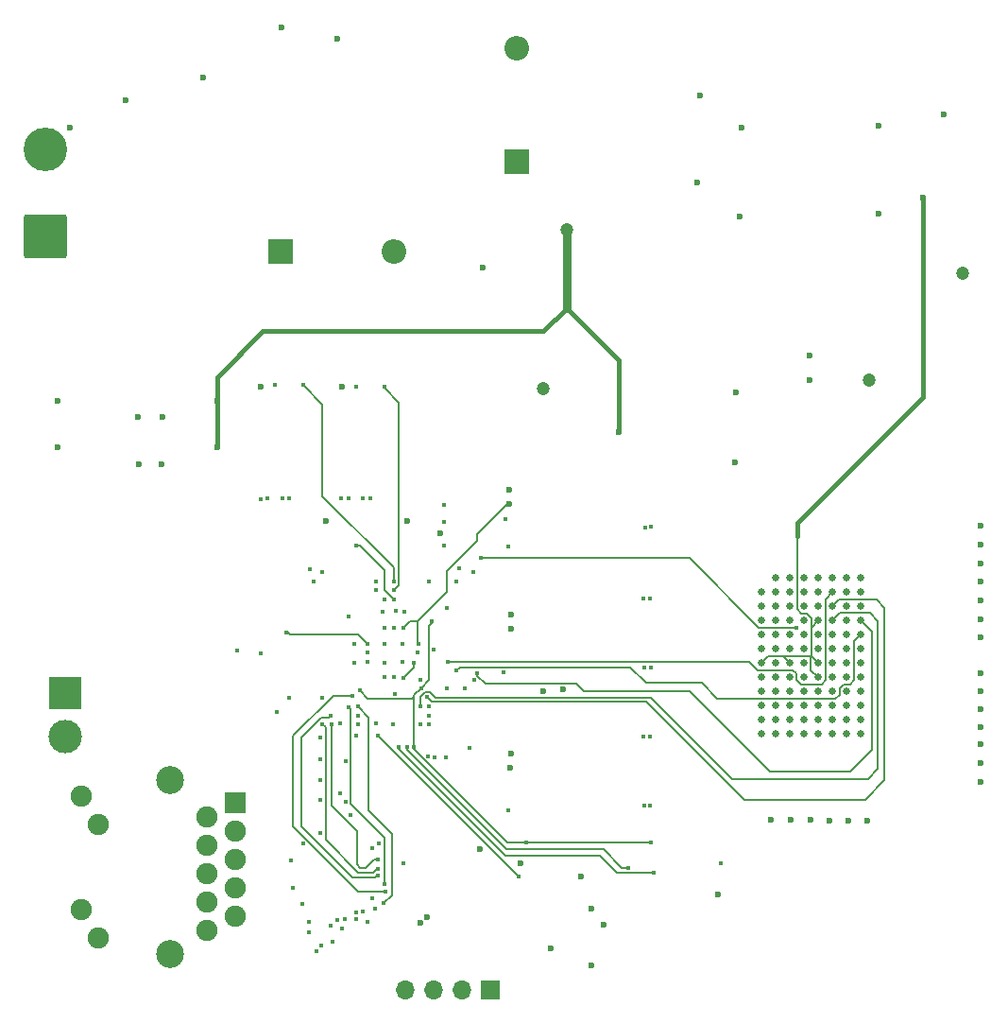
<source format=gbr>
%TF.GenerationSoftware,KiCad,Pcbnew,9.0.0*%
%TF.CreationDate,2025-02-27T19:38:35-05:00*%
%TF.ProjectId,S25-26,5332352d-3236-42e6-9b69-6361645f7063,rev?*%
%TF.SameCoordinates,Original*%
%TF.FileFunction,Copper,L5,Inr*%
%TF.FilePolarity,Positive*%
%FSLAX46Y46*%
G04 Gerber Fmt 4.6, Leading zero omitted, Abs format (unit mm)*
G04 Created by KiCad (PCBNEW 9.0.0) date 2025-02-27 19:38:35*
%MOMM*%
%LPD*%
G01*
G04 APERTURE LIST*
G04 Aperture macros list*
%AMRoundRect*
0 Rectangle with rounded corners*
0 $1 Rounding radius*
0 $2 $3 $4 $5 $6 $7 $8 $9 X,Y pos of 4 corners*
0 Add a 4 corners polygon primitive as box body*
4,1,4,$2,$3,$4,$5,$6,$7,$8,$9,$2,$3,0*
0 Add four circle primitives for the rounded corners*
1,1,$1+$1,$2,$3*
1,1,$1+$1,$4,$5*
1,1,$1+$1,$6,$7*
1,1,$1+$1,$8,$9*
0 Add four rect primitives between the rounded corners*
20,1,$1+$1,$2,$3,$4,$5,0*
20,1,$1+$1,$4,$5,$6,$7,0*
20,1,$1+$1,$6,$7,$8,$9,0*
20,1,$1+$1,$8,$9,$2,$3,0*%
G04 Aperture macros list end*
%TA.AperFunction,ComponentPad*%
%ADD10R,3.000000X3.000000*%
%TD*%
%TA.AperFunction,ComponentPad*%
%ADD11C,3.000000*%
%TD*%
%TA.AperFunction,ComponentPad*%
%ADD12C,1.900000*%
%TD*%
%TA.AperFunction,ComponentPad*%
%ADD13R,1.900000X1.900000*%
%TD*%
%TA.AperFunction,ComponentPad*%
%ADD14C,2.500000*%
%TD*%
%TA.AperFunction,ComponentPad*%
%ADD15RoundRect,0.250002X1.699998X-1.699998X1.699998X1.699998X-1.699998X1.699998X-1.699998X-1.699998X0*%
%TD*%
%TA.AperFunction,ComponentPad*%
%ADD16C,3.900000*%
%TD*%
%TA.AperFunction,ComponentPad*%
%ADD17R,2.200000X2.200000*%
%TD*%
%TA.AperFunction,ComponentPad*%
%ADD18O,2.200000X2.200000*%
%TD*%
%TA.AperFunction,ComponentPad*%
%ADD19R,1.700000X1.700000*%
%TD*%
%TA.AperFunction,ComponentPad*%
%ADD20O,1.700000X1.700000*%
%TD*%
%TA.AperFunction,ComponentPad*%
%ADD21C,0.640000*%
%TD*%
%TA.AperFunction,ViaPad*%
%ADD22C,0.400000*%
%TD*%
%TA.AperFunction,ViaPad*%
%ADD23C,0.600000*%
%TD*%
%TA.AperFunction,ViaPad*%
%ADD24C,1.200000*%
%TD*%
%TA.AperFunction,Conductor*%
%ADD25C,0.200000*%
%TD*%
%TA.AperFunction,Conductor*%
%ADD26C,0.400000*%
%TD*%
%TA.AperFunction,Conductor*%
%ADD27C,0.800000*%
%TD*%
G04 APERTURE END LIST*
D10*
%TO.N,/SCB3_RX*%
%TO.C,J3*%
X113600000Y-111620000D03*
D11*
%TO.N,/SCB3_TX*%
X113600000Y-115500000D03*
%TD*%
D12*
%TO.N,/PHY_LED0*%
%TO.C,J4*%
X116495000Y-133500000D03*
%TO.N,GND*%
X114975000Y-130960000D03*
%TO.N,/PHY_LED0*%
X116495000Y-123390000D03*
%TO.N,GND*%
X114975000Y-120850000D03*
D13*
%TO.N,unconnected-(J4-CT-PadR1)*%
X128765000Y-121460000D03*
D12*
%TO.N,/BI_DA_P*%
X126225000Y-122730000D03*
%TO.N,/BI_DA_N*%
X128765000Y-124000000D03*
%TO.N,/BI_DB_P*%
X126225000Y-125270000D03*
%TO.N,/BI_DB_N*%
X128765000Y-126540000D03*
%TO.N,/BI_DC_P*%
X126225000Y-127810000D03*
%TO.N,/BI_DC_N*%
X128765000Y-129080000D03*
%TO.N,/BI_DD_P*%
X126225000Y-130350000D03*
%TO.N,/BI_DD_N*%
X128765000Y-131620000D03*
%TO.N,GND*%
X126225000Y-132890000D03*
D14*
%TO.N,unconnected-(J4-PadSH)*%
X122925000Y-119400000D03*
X122925000Y-134950000D03*
%TD*%
D15*
%TO.N,/Voltage Regulation/DC_LINE_IN_28V*%
%TO.C,J1*%
X111825000Y-70675000D03*
D16*
%TO.N,GND*%
X111825000Y-62875000D03*
%TD*%
D17*
%TO.N,/Voltage Regulation/DC_LINE_IN_28V*%
%TO.C,D1*%
X132900000Y-72030000D03*
D18*
%TO.N,+3V3*%
X143060000Y-72030000D03*
%TD*%
D19*
%TO.N,/JTAG_SWCLK*%
%TO.C,J2*%
X151700000Y-138200000D03*
D20*
%TO.N,/JTAG_SWDIO*%
X149160000Y-138200000D03*
%TO.N,/JTAG_SWO*%
X146620000Y-138200000D03*
%TO.N,/JTAG_TDI*%
X144080000Y-138200000D03*
%TD*%
D17*
%TO.N,+3V3*%
%TO.C,D2*%
X154000000Y-64000000D03*
D18*
%TO.N,Net-(D2-A)*%
X154000000Y-53840000D03*
%TD*%
D21*
%TO.N,unconnected-(IC1-OUT2_N-PadA2)*%
%TO.C,IC1*%
X175970000Y-102560000D03*
%TO.N,unconnected-(IC1-OUT2_P-PadA3)*%
X175970000Y-103830000D03*
%TO.N,/LVDS Conversion/LVDS_CH05_N*%
X175970000Y-105100000D03*
%TO.N,/LVDS Conversion/LVDS_CH05_P*%
X175970000Y-106370000D03*
%TO.N,GND*%
X175970000Y-107640000D03*
%TO.N,+2V1*%
X175970000Y-108910000D03*
%TO.N,unconnected-(IC1-OUT12_N-PadA8)*%
X175970000Y-110180000D03*
%TO.N,unconnected-(IC1-OUT12_P-PadA9)*%
X175970000Y-111450000D03*
%TO.N,/LVDS Conversion/LVDS_CH15_N*%
X175970000Y-112720000D03*
%TO.N,/LVDS Conversion/LVDS_CH15_P*%
X175970000Y-113990000D03*
%TO.N,GND*%
X175970000Y-115260000D03*
%TO.N,/LVDS Conversion/LVDS_CTR_OUT_N*%
X177240000Y-101290000D03*
%TO.N,/LVDS Conversion/LVDS_CTR_OUT_P*%
X177240000Y-102560000D03*
%TO.N,unconnected-(IC1-OUT4_N-PadB3)*%
X177240000Y-103830000D03*
%TO.N,unconnected-(IC1-OUT4_P-PadB4)*%
X177240000Y-105100000D03*
%TO.N,/LVDS Conversion/LVDS_CH07_N*%
X177240000Y-106370000D03*
%TO.N,/LVDS Conversion/LVDS_CH07_P*%
X177240000Y-107640000D03*
%TO.N,unconnected-(IC1-OUT10_N-PadB7)*%
X177240000Y-108910000D03*
%TO.N,unconnected-(IC1-OUT10_P-PadB8)*%
X177240000Y-110180000D03*
%TO.N,/LVDS Conversion/LVDS_CH13_N*%
X177240000Y-111450000D03*
%TO.N,/LVDS Conversion/LVDS_CH13_P*%
X177240000Y-112720000D03*
%TO.N,/LVDS Conversion/LVDS_CLK_OUT_N*%
X177240000Y-113990000D03*
%TO.N,/LVDS Conversion/LVDS_CLK_OUT_P*%
X177240000Y-115260000D03*
%TO.N,GND*%
X178510000Y-101290000D03*
%TO.N,/LVDS Conversion/LVDS_CH01_N*%
X178510000Y-102560000D03*
%TO.N,/LVDS Conversion/LVDS_CH01_P*%
X178510000Y-103830000D03*
%TO.N,unconnected-(IC1-OUT6_N-PadC4)*%
X178510000Y-105100000D03*
%TO.N,unconnected-(IC1-OUT6_P-PadC5)*%
X178510000Y-106370000D03*
%TO.N,GND*%
X178510000Y-107640000D03*
%TO.N,+2V1*%
X178510000Y-108910000D03*
%TO.N,/LVDS Conversion/LVDS_CH11_N*%
X178510000Y-110180000D03*
%TO.N,/LVDS Conversion/LVDS_CH11_P*%
X178510000Y-111450000D03*
%TO.N,unconnected-(IC1-OUT16_N-PadC10)*%
X178510000Y-112720000D03*
%TO.N,unconnected-(IC1-OUT16_P-PadC11)*%
X178510000Y-113990000D03*
%TO.N,GND*%
X178510000Y-115260000D03*
%TO.N,/CMOS_CLK_IN_P*%
X179780000Y-101290000D03*
%TO.N,/CMOS_CLK_IN_N*%
X179780000Y-102560000D03*
%TO.N,/LVDS Conversion/LVDS_CH03_N*%
X179780000Y-103830000D03*
%TO.N,/LVDS Conversion/LVDS_CH03_P*%
X179780000Y-105100000D03*
%TO.N,unconnected-(IC1-OUT8_N-PadD5)*%
X179780000Y-106370000D03*
%TO.N,unconnected-(IC1-OUT8_P-PadD6)*%
X179780000Y-107640000D03*
%TO.N,/LVDS Conversion/LVDS_CH09_N*%
X179780000Y-108910000D03*
%TO.N,/LVDS Conversion/LVDS_CH09_P*%
X179780000Y-110180000D03*
%TO.N,unconnected-(IC1-OUT14_N-PadD9)*%
X179780000Y-111450000D03*
%TO.N,unconnected-(IC1-OUT14_P-PadD10)*%
X179780000Y-112720000D03*
%TO.N,Net-(IC1-VREF)*%
X179780000Y-113990000D03*
%TO.N,Net-(IC1-REF_ADC)*%
X179780000Y-115260000D03*
%TO.N,/CMOS_MASTER_CLK*%
X181050000Y-101290000D03*
%TO.N,+3V3*%
X181050000Y-102560000D03*
%TO.N,GND*%
X181050000Y-103830000D03*
%TO.N,+2V1*%
X181050000Y-105100000D03*
%TO.N,GND*%
X181050000Y-106370000D03*
%TO.N,+3V*%
X181050000Y-107640000D03*
%TO.N,+2V1*%
X181050000Y-108910000D03*
X181050000Y-110180000D03*
%TO.N,GND*%
X181050000Y-111450000D03*
%TO.N,Net-(IC1-SG_ADC)*%
X181050000Y-112720000D03*
%TO.N,Net-(IC1-VRAMP1)*%
X181050000Y-113990000D03*
%TO.N,Net-(IC1-VRAMP2)*%
X181050000Y-115260000D03*
%TO.N,GND*%
X182320000Y-101290000D03*
%TO.N,/FRAME_REQ*%
X182320000Y-102560000D03*
%TO.N,/CMOS_SPI_MOSI*%
X182320000Y-103830000D03*
%TO.N,/CMOS_SPI_MISO*%
X182320000Y-105100000D03*
%TO.N,Net-(IC1-CMD_P__INV)*%
X182320000Y-106370000D03*
%TO.N,Net-(IC1-VPCH_H)*%
X182320000Y-107640000D03*
%TO.N,Net-(IC1-VRES_H)*%
X182320000Y-108910000D03*
%TO.N,Net-(IC1-VTF_L2)*%
X182320000Y-110180000D03*
%TO.N,Net-(IC1-COL_LOAD)*%
X182320000Y-111450000D03*
%TO.N,Net-(IC1-RAMP)*%
X182320000Y-112720000D03*
%TO.N,unconnected-(IC1-DIO1-PadF11)*%
X182320000Y-113990000D03*
%TO.N,GND*%
X182320000Y-115260000D03*
%TO.N,+3V*%
X183590000Y-101290000D03*
%TO.N,unconnected-(IC1-TDIG2-PadG2)*%
X183590000Y-102560000D03*
%TO.N,unconnected-(IC1-T_EXP2-PadG3)*%
X183590000Y-103830000D03*
%TO.N,/CMOS_SPI_EN*%
X183590000Y-105100000D03*
%TO.N,Net-(IC1-CMD_P)*%
X183590000Y-106370000D03*
%TO.N,Net-(IC1-CMD_N)*%
X183590000Y-107640000D03*
%TO.N,unconnected-(IC1-TANA-PadG7)*%
X183590000Y-108910000D03*
%TO.N,GND*%
X183590000Y-110180000D03*
%TO.N,Net-(IC1-COL_AMP)*%
X183590000Y-111450000D03*
%TO.N,Net-(IC1-ADC)*%
X183590000Y-112720000D03*
%TO.N,Net-(IC1-VBGAP)*%
X183590000Y-113990000D03*
%TO.N,+3V*%
X183590000Y-115260000D03*
%TO.N,+3V3*%
X184860000Y-101290000D03*
%TO.N,unconnected-(IC1-TDIG1-PadH2)*%
X184860000Y-102560000D03*
%TO.N,unconnected-(IC1-T_EXP1-PadH3)*%
X184860000Y-103830000D03*
%TO.N,/CMOS_SPI_CLK*%
X184860000Y-105100000D03*
%TO.N,/CMOS_RESET_N*%
X184860000Y-106370000D03*
%TO.N,+3V3*%
X184860000Y-107640000D03*
%TO.N,GND*%
X184860000Y-108910000D03*
%TO.N,Net-(IC1-VRES_L)*%
X184860000Y-110180000D03*
%TO.N,Net-(IC1-VTF_L3)*%
X184860000Y-111450000D03*
%TO.N,Net-(IC1-COL_PC)*%
X184860000Y-112720000D03*
%TO.N,Net-(IC1-LVDS)*%
X184860000Y-113990000D03*
%TO.N,unconnected-(IC1-DIO2-PadH12)*%
X184860000Y-115260000D03*
%TD*%
D22*
%TO.N,GND*%
X139440000Y-107200000D03*
%TO.N,/FRAME_REQ*%
X147830000Y-108800000D03*
%TO.N,/Processing/QSPI_SCLK*%
X139600000Y-98400000D03*
%TO.N,/Processing/EXT_PS_CTL1*%
X154900000Y-125000000D03*
%TO.N,/LVDS Conversion/LVDS_RECV_EN*%
X147800000Y-104000000D03*
X153300000Y-122100000D03*
%TO.N,/Processing/EXT_PS_CTL1*%
X146450000Y-105200000D03*
%TO.N,/CMOS_SPI_EN*%
X179100000Y-105750000D03*
%TO.N,/LVDS Conversion/LVDS_RECV_EN*%
X152845000Y-109700000D03*
X153300000Y-98500000D03*
%TO.N,/LVDS Conversion/CMOS_CTR_OUT*%
X153000000Y-96000000D03*
%TO.N,/Processing/ECO_IN*%
X154200000Y-128000000D03*
%TO.N,/Processing/QSPI_IO2*%
X132330000Y-84030000D03*
%TO.N,/Processing/QSPI_SEL0*%
X134870000Y-84030000D03*
%TO.N,/Processing/QSPI_IO2*%
X139600000Y-84200000D03*
%TO.N,/Processing/QSPI_SEL1*%
X142140000Y-84200000D03*
%TO.N,GND*%
X129000000Y-107750000D03*
X131050000Y-108050000D03*
%TO.N,+3V3*%
X133400000Y-106150000D03*
%TO.N,/Processing/EXT_PS_CTL1*%
X166100000Y-125000000D03*
%TO.N,/Processing/DRV_VOUT*%
X166300000Y-127700000D03*
%TO.N,/Processing/EXT_PS_CTL0*%
X164000000Y-127250000D03*
%TO.N,/CMOS_SPI_EN*%
X146200000Y-101600000D03*
X148900000Y-100400000D03*
%TO.N,GND*%
X149798400Y-116500000D03*
%TO.N,/JTAG_TDI*%
X146100000Y-117300000D03*
%TO.N,/JTAG_SWO*%
X146700000Y-117400000D03*
%TO.N,/JTAG_SWCLK*%
X147650000Y-117400000D03*
%TO.N,/Processing/DRV_VOUT*%
X143412500Y-116387500D03*
%TO.N,/Processing/EXT_PS_CTL0*%
X144200000Y-116400000D03*
%TO.N,/Processing/EXT_PS_CTL1*%
X144800000Y-116400000D03*
%TO.N,/CMOS_SPI_MOSI*%
X145975000Y-111925000D03*
%TO.N,/Processing/EXT_PS_CTL1*%
X145450000Y-111150000D03*
%TO.N,/CMOS_SPI_CLK*%
X150500000Y-109800000D03*
X145400000Y-110400000D03*
%TO.N,/Processing/ECO_IN*%
X141600000Y-115400000D03*
%TO.N,GND*%
X141400000Y-114350000D03*
%TO.N,/ETH0_RX_CTL*%
X142975000Y-114435000D03*
%TO.N,/ETH0_RX_CLK*%
X145400000Y-114400000D03*
%TO.N,/JTAG_TDI*%
X146190000Y-114430000D03*
%TO.N,/JTAG_SWO*%
X146159427Y-113618400D03*
%TO.N,/HRSTN*%
X147800000Y-111200000D03*
%TO.N,/ETH0_MDIO*%
X149400000Y-111200000D03*
%TO.N,/ETH0_MDC*%
X150200000Y-110400000D03*
%TO.N,/CMOS_RESET_N*%
X148600000Y-109550000D03*
%TO.N,/CMOS_SPI_MISO*%
X145400000Y-112800000D03*
%TO.N,/JTAG_SWCLK*%
X146200000Y-112800000D03*
%TO.N,GND*%
X143150000Y-111650000D03*
%TO.N,+3V3*%
X142150000Y-110200000D03*
X143000000Y-110200000D03*
X143875000Y-110225000D03*
%TO.N,/SCB3_RX*%
X136600000Y-112000000D03*
%TO.N,/LVDS Conversion/LVDS_CH01_P*%
X165510000Y-96750000D03*
%TO.N,/LVDS Conversion/LVDS_CH01_N*%
X166020000Y-96730000D03*
%TO.N,/LVDS Conversion/LVDS_CH05_P*%
X165400000Y-103100000D03*
%TO.N,/LVDS Conversion/LVDS_CH05_N*%
X166000000Y-103100000D03*
%TO.N,/LVDS Conversion/LVDS_CH09_P*%
X165500000Y-109300000D03*
%TO.N,/LVDS Conversion/LVDS_CH09_N*%
X166055499Y-109305000D03*
%TO.N,/LVDS Conversion/LVDS_CH13_P*%
X165400000Y-115500000D03*
%TO.N,/LVDS Conversion/LVDS_CH13_N*%
X166000000Y-115500000D03*
%TO.N,/LVDS Conversion/LVDS_CLK_OUT_P*%
X165498397Y-121700000D03*
%TO.N,/LVDS Conversion/LVDS_CLK_OUT_N*%
X166000000Y-121700000D03*
%TO.N,GND*%
X172300000Y-126850000D03*
%TO.N,/HRSTN*%
X135450000Y-132060000D03*
%TO.N,GND*%
X135400000Y-133000000D03*
%TO.N,/ETH0_MDC*%
X136050000Y-134750000D03*
%TO.N,/ETH0_MDIO*%
X136525000Y-134200000D03*
%TO.N,GND*%
X137500000Y-133900000D03*
%TO.N,/ETH0_RXD_3*%
X137350000Y-132435000D03*
%TO.N,/ETH0_RXD_1*%
X138625000Y-131835000D03*
%TO.N,/ETH0_RXD_2*%
X137925000Y-131910000D03*
%TO.N,GND*%
X138400000Y-132700000D03*
%TO.N,/ETH0_RXD_0*%
X139650000Y-131835000D03*
%TO.N,/ETH0_RX_CTL*%
X139600000Y-131235000D03*
%TO.N,/ETH0_RX_CLK*%
X140210000Y-131160000D03*
%TO.N,GND*%
X140700000Y-132100000D03*
X141300000Y-130900000D03*
X134800000Y-130500000D03*
%TO.N,/VDD1V1*%
X133955000Y-129055000D03*
X133775000Y-126560000D03*
%TO.N,GND*%
X134900000Y-125100000D03*
%TO.N,/VDD1V1*%
X136400000Y-124100000D03*
X141098159Y-125448159D03*
%TO.N,GND*%
X141700000Y-125100000D03*
%TO.N,/ETH0_TX_CLK*%
X141600000Y-126479751D03*
%TO.N,/ETH0_TXD_0*%
X141550000Y-127960000D03*
%TO.N,/ETH0_TX_CTL*%
X141625000Y-127335000D03*
%TO.N,/VDD1V1*%
X141050000Y-129935000D03*
%TO.N,/ETH0_TXD_3*%
X142100000Y-130410000D03*
%TO.N,/ETH0_TXD_2*%
X142275000Y-129360000D03*
%TO.N,/ETH0_TXD_1*%
X142150000Y-128735000D03*
%TO.N,GND*%
X143850000Y-126850000D03*
X139150000Y-122535000D03*
X138700000Y-121300000D03*
X136400000Y-121200000D03*
%TO.N,/ETH0_RXD_0*%
X138200000Y-120585000D03*
%TO.N,GND*%
X136400000Y-119400000D03*
X136400000Y-117500000D03*
X138700000Y-117700000D03*
X136400000Y-115600000D03*
X143950000Y-104300000D03*
X142012500Y-104287500D03*
X143175000Y-104275000D03*
X135500000Y-100500000D03*
%TO.N,/Processing/TEMPR_ADC0 (P6.0)*%
X136600000Y-100800000D03*
%TO.N,/Processing/TEMPR_ADC1 (P6.1)*%
X135800000Y-101600000D03*
%TO.N,/ETH0_TXD_0*%
X137392500Y-113607500D03*
%TO.N,/SCB3_RX*%
X133600000Y-112000000D03*
%TO.N,GND*%
X132500000Y-113300000D03*
%TO.N,/ETH0_TX_CLK*%
X137442500Y-114400000D03*
%TO.N,/ETH0_TX_CTL*%
X136600000Y-114385000D03*
%TO.N,/ETH0_RXD_1*%
X138242500Y-114342500D03*
%TO.N,GND*%
X139600000Y-115400000D03*
%TO.N,/ETH0_RXD_2*%
X139825000Y-114409744D03*
%TO.N,/ETH0_RXD_3*%
X139815257Y-113600001D03*
%TO.N,/ETH0_TXD_1*%
X138950000Y-112850000D03*
%TO.N,/ETH0_TXD_3*%
X139807629Y-112792371D03*
%TO.N,/ETH0_TXD_2*%
X139329424Y-111849504D03*
%TO.N,/Processing/EXT_PS_CTL1*%
X139950000Y-111350000D03*
%TO.N,GND*%
X139500000Y-108900000D03*
X138950000Y-104750000D03*
%TO.N,+3V3*%
X140700000Y-108800000D03*
X140700000Y-108000000D03*
X140637500Y-107162500D03*
X142200000Y-105800000D03*
X143850000Y-105800000D03*
X143000000Y-105800000D03*
%TO.N,GND*%
X142150000Y-107200000D03*
X142200000Y-108850000D03*
X143800000Y-108800000D03*
X143800000Y-107200000D03*
X146575400Y-107710000D03*
%TO.N,+3V3*%
X144800000Y-108900000D03*
X145150000Y-108000000D03*
X145200000Y-107200000D03*
%TO.N,/Processing/QSPI_IO3*%
X140870000Y-94200000D03*
%TO.N,GND*%
X140200000Y-94200000D03*
X139000000Y-94200000D03*
%TO.N,/Processing/QSPI_IO0*%
X138315000Y-94185000D03*
%TO.N,/Processing/QSPI_IO3*%
X133600000Y-94200000D03*
%TO.N,GND*%
X133000000Y-94200000D03*
X131700000Y-94200000D03*
%TO.N,/Processing/QSPI_IO0*%
X131081801Y-94218199D03*
%TO.N,GND*%
X147500000Y-98400000D03*
X147550000Y-96250000D03*
X147550000Y-94750000D03*
%TO.N,/CMOS_SPI_EN*%
X150800000Y-99500000D03*
%TO.N,GND*%
X150150000Y-100800000D03*
%TO.N,/LVDS Conversion/CMOS_CTR_OUT*%
X148600000Y-101600000D03*
%TO.N,/Processing/QSPI_IO0*%
X142200000Y-103200000D03*
%TO.N,/Processing/QSPI_SCLK*%
X143000000Y-103200000D03*
%TO.N,/Processing/QSPI_SEL1*%
X143000000Y-102400000D03*
%TO.N,/Processing/QSPI_SEL0*%
X143000000Y-101600000D03*
%TO.N,/Processing/QSPI_IO3*%
X141400000Y-102400000D03*
%TO.N,/Processing/QSPI_IO2*%
X141400002Y-101600000D03*
D23*
%TO.N,+2V1*%
X190400000Y-67200000D03*
D24*
%TO.N,+3V3*%
X158500000Y-70100000D03*
D23*
X161850000Y-132350000D03*
X172100000Y-129600000D03*
X153500000Y-105820000D03*
D24*
X194000000Y-74000000D03*
D23*
X195600000Y-98300000D03*
X195615000Y-116210000D03*
X127200000Y-89600000D03*
X195600000Y-96600000D03*
X163200000Y-88200000D03*
X153445000Y-118255000D03*
X195605000Y-119530000D03*
X158200000Y-111300000D03*
X153400000Y-94665000D03*
X157100000Y-134500000D03*
X127200000Y-85400000D03*
%TO.N,+3V*%
X192300000Y-59800000D03*
%TO.N,GND*%
X195600000Y-109800000D03*
X153500000Y-116985000D03*
X154400000Y-126850000D03*
X178600000Y-122980000D03*
X173650000Y-84700000D03*
X186500000Y-60800000D03*
X180300000Y-83600000D03*
X195600000Y-103300000D03*
X153400000Y-93400000D03*
X195600000Y-111400000D03*
X176820000Y-122970000D03*
X150950000Y-73500000D03*
X180340000Y-122970000D03*
X180300000Y-81400000D03*
X125950000Y-56500000D03*
D24*
X185630000Y-83570000D03*
D23*
X182070000Y-123020000D03*
X113950000Y-61000000D03*
X170225000Y-65900000D03*
X153500000Y-104550000D03*
X195600000Y-113000000D03*
X160700000Y-136000000D03*
X112875000Y-89600000D03*
D24*
X156400000Y-84300000D03*
D23*
X174200000Y-61000000D03*
X159800000Y-128000000D03*
X170450000Y-58050000D03*
X174000000Y-68900000D03*
X186500000Y-68700000D03*
X160700000Y-130900000D03*
X136900000Y-96200000D03*
X132950000Y-52025000D03*
X137950000Y-53000000D03*
X195600000Y-106600000D03*
X112900000Y-85400000D03*
X144200000Y-96200000D03*
X150750000Y-125600000D03*
X195605000Y-114630000D03*
X195600000Y-105000000D03*
X120175000Y-91100000D03*
X195600000Y-100000000D03*
X118950000Y-58500000D03*
X131060000Y-84140000D03*
X120099997Y-86900000D03*
X138330000Y-84130000D03*
X183770000Y-123000000D03*
X156400000Y-111400000D03*
X195635000Y-117860000D03*
X195600000Y-101600000D03*
X185480000Y-122990000D03*
X146014579Y-131687851D03*
%TO.N,/CMOS_MASTER_CLK*%
X147200000Y-97300000D03*
X173600000Y-90900000D03*
%TO.N,/Processing/TEMPR_ADC1 (P6.1)*%
X122200000Y-91100000D03*
%TO.N,/Processing/TEMPR_ADC0 (P6.0)*%
X122300000Y-86900000D03*
%TO.N,/PHY_LED0*%
X145400000Y-132200000D03*
%TD*%
D25*
%TO.N,+3V3*%
X144800000Y-109300000D02*
X143875000Y-110225000D01*
X144800000Y-108900000D02*
X144800000Y-109300000D01*
%TO.N,/CMOS_SPI_CLK*%
X151820000Y-110750000D02*
X159400000Y-110750000D01*
%TO.N,/FRAME_REQ*%
X174900000Y-108800000D02*
X147830000Y-108800000D01*
X175650000Y-109550000D02*
X174900000Y-108800000D01*
X178800000Y-109550000D02*
X175650000Y-109550000D01*
X179100000Y-109850000D02*
X178800000Y-109550000D01*
X181700000Y-110440678D02*
X181340678Y-110800000D01*
X181700000Y-103190000D02*
X181700000Y-110440678D01*
X179500000Y-110800000D02*
X179100000Y-110400000D01*
X181340678Y-110800000D02*
X179500000Y-110800000D01*
X179100000Y-110400000D02*
X179100000Y-109850000D01*
X182320000Y-102570000D02*
X181700000Y-103190000D01*
X182320000Y-102560000D02*
X182320000Y-102570000D01*
%TO.N,/CMOS_SPI_CLK*%
X185850000Y-106090000D02*
X184860000Y-105100000D01*
X185850000Y-116700000D02*
X185850000Y-106090000D01*
X176750000Y-118650000D02*
X183900000Y-118650000D01*
X160050000Y-111400000D02*
X169500000Y-111400000D01*
X159400000Y-110750000D02*
X160050000Y-111400000D01*
X169500000Y-111400000D02*
X176750000Y-118650000D01*
X151202400Y-110750000D02*
X151820000Y-110750000D01*
X150500000Y-110047600D02*
X151202400Y-110750000D01*
X183900000Y-118650000D02*
X185850000Y-116700000D01*
X150500000Y-109800000D02*
X150500000Y-110047600D01*
%TO.N,/Processing/EXT_PS_CTL1*%
X154900000Y-125000000D02*
X153163603Y-125000000D01*
%TO.N,/CMOS_RESET_N*%
X183300000Y-110800000D02*
X183900000Y-110800000D01*
X182950000Y-111750000D02*
X182950000Y-111150000D01*
X184300000Y-110400000D02*
X184300000Y-106930000D01*
X182600000Y-112100000D02*
X182950000Y-111750000D01*
X172000000Y-112100000D02*
X182600000Y-112100000D01*
X164173800Y-109273800D02*
X165600000Y-110700000D01*
X183900000Y-110800000D02*
X184300000Y-110400000D01*
X170600000Y-110700000D02*
X172000000Y-112100000D01*
X184300000Y-106930000D02*
X184860000Y-106370000D01*
X148926200Y-109273800D02*
X164173800Y-109273800D01*
X165600000Y-110700000D02*
X170600000Y-110700000D01*
X182950000Y-111150000D02*
X183300000Y-110800000D01*
X148650000Y-109550000D02*
X148926200Y-109273800D01*
%TO.N,+3V3*%
X133400000Y-106150000D02*
X133350000Y-106150000D01*
%TO.N,/Processing/EXT_PS_CTL0*%
X164000000Y-127250000D02*
X163450000Y-127250000D01*
%TO.N,+3V3*%
X153185000Y-94665000D02*
X153400000Y-94665000D01*
X147800000Y-100650000D02*
X150450000Y-98000000D01*
X147800000Y-102538683D02*
X147800000Y-100650000D01*
X145150000Y-105188683D02*
X147800000Y-102538683D01*
X150450000Y-98000000D02*
X150450000Y-97400000D01*
X150450000Y-97400000D02*
X153185000Y-94665000D01*
%TO.N,/CMOS_SPI_EN*%
X175750000Y-105750000D02*
X179050000Y-105750000D01*
X150800000Y-99500000D02*
X169500000Y-99500000D01*
X169500000Y-99500000D02*
X175750000Y-105750000D01*
%TO.N,/CMOS_SPI_MISO*%
X185673800Y-104400000D02*
X183020000Y-104400000D01*
X186400000Y-105126200D02*
X185673800Y-104400000D01*
X186400000Y-118400000D02*
X186400000Y-105126200D01*
X173376200Y-119300000D02*
X185500000Y-119300000D01*
X166076200Y-112000000D02*
X173376200Y-119300000D01*
X146250000Y-111500000D02*
X146750000Y-112000000D01*
X185500000Y-119300000D02*
X186400000Y-118400000D01*
X146750000Y-112000000D02*
X166076200Y-112000000D01*
X145800000Y-111500000D02*
X146250000Y-111500000D01*
X145400000Y-111900000D02*
X145800000Y-111500000D01*
X145400000Y-112800000D02*
X145400000Y-111900000D01*
X183020000Y-104400000D02*
X182320000Y-105100000D01*
%TO.N,/CMOS_SPI_MOSI*%
X145975000Y-111925000D02*
X146450000Y-112400000D01*
%TO.N,/Processing/EXT_PS_CTL1*%
X145450000Y-111150000D02*
X146173800Y-110426200D01*
X146173800Y-105576200D02*
X146450000Y-105300000D01*
X146450000Y-105300000D02*
X146450000Y-105200000D01*
X144800000Y-111800000D02*
X145450000Y-111150000D01*
X144800000Y-111950000D02*
X144800000Y-111800000D01*
X146173800Y-110426200D02*
X146173800Y-105576200D01*
%TO.N,+3V3*%
X144461317Y-105188683D02*
X143850000Y-105800000D01*
X145150000Y-105188683D02*
X144461317Y-105188683D01*
%TO.N,/ETH0_TX_CLK*%
X141280249Y-126479751D02*
X141600000Y-126479751D01*
%TO.N,/ETH0_TXD_0*%
X137200000Y-113800000D02*
X136506177Y-113800000D01*
X137392500Y-113607500D02*
X137200000Y-113800000D01*
%TO.N,/ETH0_TX_CLK*%
X137442500Y-114400000D02*
X137442500Y-114342500D01*
%TO.N,+2V1*%
X179160000Y-104086813D02*
X179160000Y-97570000D01*
D26*
X190400000Y-67200000D02*
X190400000Y-85080000D01*
D25*
X180430000Y-108290000D02*
X180430000Y-105720000D01*
X180430000Y-105720000D02*
X181050000Y-105100000D01*
X177890000Y-108290000D02*
X178510000Y-108910000D01*
X180430000Y-108290000D02*
X181050000Y-108910000D01*
X180400000Y-109530000D02*
X180400000Y-108320000D01*
X180430000Y-105720000D02*
X180430000Y-104873187D01*
X181050000Y-110180000D02*
X180400000Y-109530000D01*
X180430000Y-104873187D02*
X180006813Y-104450000D01*
X179523187Y-104450000D02*
X179160000Y-104086813D01*
X175970000Y-108910000D02*
X176590000Y-108290000D01*
X180006813Y-104450000D02*
X179523187Y-104450000D01*
X177890000Y-108290000D02*
X180430000Y-108290000D01*
X176590000Y-108290000D02*
X177890000Y-108290000D01*
D26*
X179160000Y-97570000D02*
X179160000Y-96320000D01*
X190400000Y-85080000D02*
X179160000Y-96320000D01*
%TO.N,+3V3*%
X127200000Y-85400000D02*
X127200000Y-83300000D01*
X127200000Y-83300000D02*
X131300000Y-79200000D01*
X156400000Y-79200000D02*
X158500000Y-77100000D01*
X131300000Y-79200000D02*
X156400000Y-79200000D01*
D27*
X158500000Y-70100000D02*
X158500000Y-77100000D01*
D25*
X133750000Y-106350000D02*
X133550000Y-106150000D01*
D26*
X163200000Y-88200000D02*
X163200000Y-81800000D01*
X127200000Y-89600000D02*
X127200000Y-85400000D01*
X163200000Y-81800000D02*
X158500000Y-77100000D01*
D25*
X139800000Y-106350000D02*
X133750000Y-106350000D01*
X133550000Y-106150000D02*
X133400000Y-106150000D01*
D27*
X194000000Y-74000000D02*
X194040000Y-74040000D01*
D25*
X140650000Y-107200000D02*
X139800000Y-106350000D01*
X145150000Y-107200000D02*
X145150000Y-105188683D01*
%TO.N,/CMOS_SPI_MOSI*%
X146450000Y-112400000D02*
X165650000Y-112400000D01*
X182900000Y-103250000D02*
X182320000Y-103830000D01*
X165650000Y-112400000D02*
X174400000Y-121150000D01*
X187000000Y-103950000D02*
X186300000Y-103250000D01*
X145950000Y-111900000D02*
X145975000Y-111925000D01*
X185250000Y-121150000D02*
X187000000Y-119400000D01*
X186300000Y-103250000D02*
X182900000Y-103250000D01*
X187000000Y-119400000D02*
X187000000Y-103950000D01*
X174400000Y-121150000D02*
X185250000Y-121150000D01*
%TO.N,/CMOS_SPI_EN*%
X150750000Y-99500000D02*
X150800000Y-99500000D01*
%TO.N,/ETH0_TXD_0*%
X141375000Y-128135000D02*
X141550000Y-127960000D01*
X134750000Y-115556177D02*
X134750000Y-123550000D01*
X134750000Y-123550000D02*
X139335000Y-128135000D01*
X136506177Y-113800000D02*
X134750000Y-115556177D01*
X139335000Y-128135000D02*
X141375000Y-128135000D01*
%TO.N,/Processing/QSPI_SCLK*%
X143000000Y-103200000D02*
X142200000Y-102400000D01*
X142200000Y-102400000D02*
X142200000Y-100600000D01*
X142200000Y-100600000D02*
X140000000Y-98400000D01*
X140000000Y-98400000D02*
X139600000Y-98400000D01*
%TO.N,/Processing/QSPI_SEL0*%
X136600000Y-93977500D02*
X136600000Y-88757500D01*
X136600000Y-85760000D02*
X136600000Y-88757500D01*
X136600000Y-93977500D02*
X143000000Y-100377500D01*
X134870000Y-84030000D02*
X136600000Y-85760000D01*
X143000000Y-100377500D02*
X143000000Y-101600000D01*
%TO.N,/Processing/QSPI_SEL1*%
X143480000Y-85580000D02*
X142140000Y-84240000D01*
X143480000Y-101920000D02*
X143480000Y-85580000D01*
X143000000Y-102400000D02*
X143480000Y-101920000D01*
%TO.N,/ETH0_TX_CLK*%
X139705000Y-126965000D02*
X139705000Y-123965000D01*
X141280249Y-126479751D02*
X140525000Y-127235000D01*
X137442500Y-121702500D02*
X137442500Y-114400000D01*
X140525000Y-127235000D02*
X139975000Y-127235000D01*
X139975000Y-127235000D02*
X139705000Y-126965000D01*
X139705000Y-123965000D02*
X137442500Y-121702500D01*
%TO.N,/ETH0_TX_CTL*%
X141496177Y-127335000D02*
X141625000Y-127335000D01*
X136900000Y-124749878D02*
X139835122Y-127685000D01*
X136600000Y-114385000D02*
X136900000Y-114685000D01*
X139835122Y-127685000D02*
X141146177Y-127685000D01*
X141146177Y-127685000D02*
X141496177Y-127335000D01*
X136900000Y-114685000D02*
X136900000Y-124749878D01*
%TO.N,/ETH0_TXD_1*%
X139150000Y-121535000D02*
X142150000Y-124535000D01*
X142150000Y-124535000D02*
X142150000Y-128735000D01*
X139150000Y-113050000D02*
X139150000Y-121535000D01*
X138950000Y-112850000D02*
X139150000Y-113050000D01*
%TO.N,/Processing/EXT_PS_CTL0*%
X164020000Y-127250000D02*
X164000000Y-127250000D01*
X144200000Y-116700000D02*
X144200000Y-116400000D01*
X153100000Y-125600000D02*
X144200000Y-116700000D01*
X163450000Y-127250000D02*
X161800000Y-125600000D01*
X161800000Y-125600000D02*
X153100000Y-125600000D01*
%TO.N,/Processing/ECO_IN*%
X141600000Y-115400000D02*
X154200000Y-128000000D01*
%TO.N,/ETH0_TXD_2*%
X137600496Y-111849504D02*
X139329424Y-111849504D01*
X134000000Y-123541372D02*
X134000000Y-115450000D01*
X139818628Y-129360000D02*
X134000000Y-123541372D01*
X134000000Y-115450000D02*
X137600496Y-111849504D01*
X142275000Y-129360000D02*
X139818628Y-129360000D01*
%TO.N,/Processing/DRV_VOUT*%
X143425000Y-116625000D02*
X143425000Y-116400000D01*
X163000000Y-127700000D02*
X161500000Y-126200000D01*
X166300000Y-127700000D02*
X163000000Y-127700000D01*
X161500000Y-126200000D02*
X153000000Y-126200000D01*
X153000000Y-126200000D02*
X143425000Y-116625000D01*
%TO.N,/ETH0_TXD_3*%
X142100000Y-130410000D02*
X142825000Y-129685000D01*
X142825000Y-124185000D02*
X140775000Y-122135000D01*
X140775000Y-122135000D02*
X140775000Y-113759743D01*
X142825000Y-129685000D02*
X142825000Y-124185000D01*
X140775000Y-113759743D02*
X139815257Y-112800000D01*
%TO.N,/Processing/EXT_PS_CTL1*%
X144800000Y-111950000D02*
X144650000Y-112100000D01*
X153163603Y-125000000D02*
X144800000Y-116636397D01*
X166100000Y-125000000D02*
X154900000Y-125000000D01*
X144650000Y-112100000D02*
X140700000Y-112100000D01*
X140700000Y-112100000D02*
X139950000Y-111350000D01*
X144800000Y-116636397D02*
X144800000Y-116400000D01*
X144800000Y-116636397D02*
X144800000Y-111950000D01*
%TD*%
M02*

</source>
